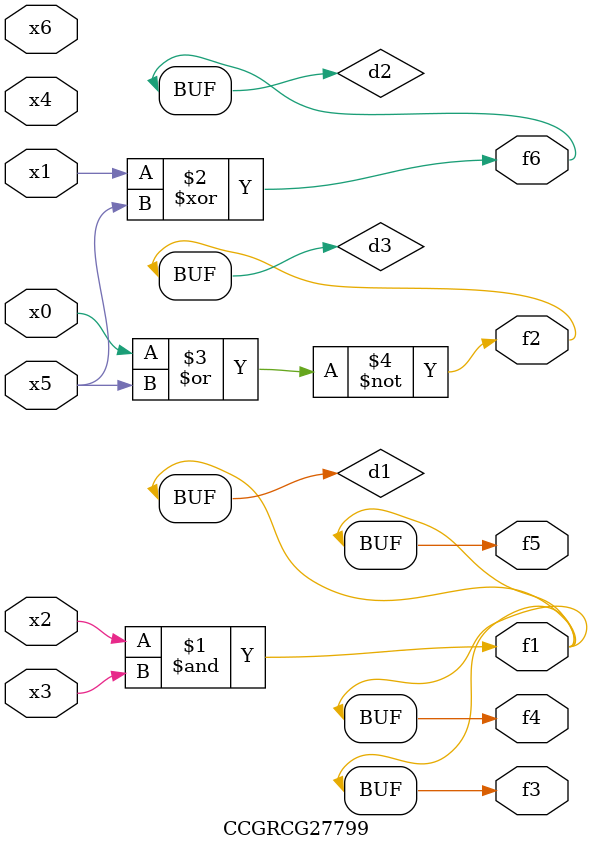
<source format=v>
module CCGRCG27799(
	input x0, x1, x2, x3, x4, x5, x6,
	output f1, f2, f3, f4, f5, f6
);

	wire d1, d2, d3;

	and (d1, x2, x3);
	xor (d2, x1, x5);
	nor (d3, x0, x5);
	assign f1 = d1;
	assign f2 = d3;
	assign f3 = d1;
	assign f4 = d1;
	assign f5 = d1;
	assign f6 = d2;
endmodule

</source>
